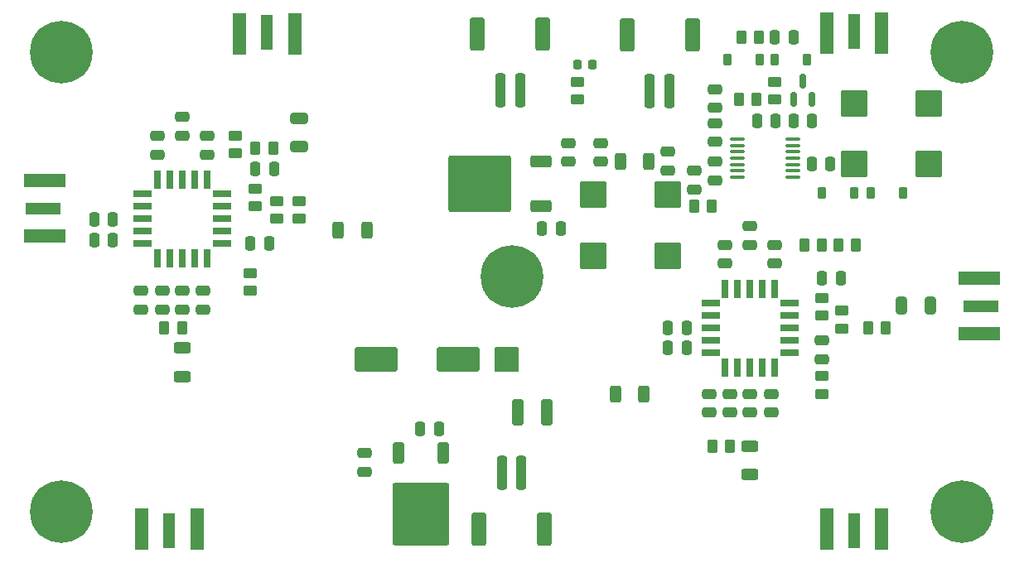
<source format=gbr>
%TF.GenerationSoftware,KiCad,Pcbnew,7.0.7*%
%TF.CreationDate,2023-09-13T19:56:45-04:00*%
%TF.ProjectId,AD831HotBoard,41443833-3148-46f7-9442-6f6172642e6b,0.1.0*%
%TF.SameCoordinates,Original*%
%TF.FileFunction,Soldermask,Top*%
%TF.FilePolarity,Negative*%
%FSLAX46Y46*%
G04 Gerber Fmt 4.6, Leading zero omitted, Abs format (unit mm)*
G04 Created by KiCad (PCBNEW 7.0.7) date 2023-09-13 19:56:45*
%MOMM*%
%LPD*%
G01*
G04 APERTURE LIST*
G04 Aperture macros list*
%AMRoundRect*
0 Rectangle with rounded corners*
0 $1 Rounding radius*
0 $2 $3 $4 $5 $6 $7 $8 $9 X,Y pos of 4 corners*
0 Add a 4 corners polygon primitive as box body*
4,1,4,$2,$3,$4,$5,$6,$7,$8,$9,$2,$3,0*
0 Add four circle primitives for the rounded corners*
1,1,$1+$1,$2,$3*
1,1,$1+$1,$4,$5*
1,1,$1+$1,$6,$7*
1,1,$1+$1,$8,$9*
0 Add four rect primitives between the rounded corners*
20,1,$1+$1,$2,$3,$4,$5,0*
20,1,$1+$1,$4,$5,$6,$7,0*
20,1,$1+$1,$6,$7,$8,$9,0*
20,1,$1+$1,$8,$9,$2,$3,0*%
G04 Aperture macros list end*
%ADD10C,0.150000*%
%ADD11RoundRect,0.250000X0.625000X-0.312500X0.625000X0.312500X-0.625000X0.312500X-0.625000X-0.312500X0*%
%ADD12R,1.270000X3.600000*%
%ADD13R,1.350000X4.200000*%
%ADD14RoundRect,0.250000X-0.475000X0.250000X-0.475000X-0.250000X0.475000X-0.250000X0.475000X0.250000X0*%
%ADD15RoundRect,0.250000X0.475000X-0.250000X0.475000X0.250000X-0.475000X0.250000X-0.475000X-0.250000X0*%
%ADD16RoundRect,0.250000X0.250000X0.475000X-0.250000X0.475000X-0.250000X-0.475000X0.250000X-0.475000X0*%
%ADD17RoundRect,0.250000X-0.312500X-0.625000X0.312500X-0.625000X0.312500X0.625000X-0.312500X0.625000X0*%
%ADD18RoundRect,0.250000X-0.450000X0.262500X-0.450000X-0.262500X0.450000X-0.262500X0.450000X0.262500X0*%
%ADD19R,3.600000X1.270000*%
%ADD20R,4.200000X1.350000*%
%ADD21RoundRect,0.250000X-0.262500X-0.450000X0.262500X-0.450000X0.262500X0.450000X-0.262500X0.450000X0*%
%ADD22RoundRect,0.250000X0.262500X0.450000X-0.262500X0.450000X-0.262500X-0.450000X0.262500X-0.450000X0*%
%ADD23R,0.700000X1.925000*%
%ADD24R,1.925000X0.700000*%
%ADD25RoundRect,0.250000X0.450000X-0.262500X0.450000X0.262500X-0.450000X0.262500X-0.450000X-0.262500X0*%
%ADD26RoundRect,0.150000X0.150000X-0.587500X0.150000X0.587500X-0.150000X0.587500X-0.150000X-0.587500X0*%
%ADD27RoundRect,0.250000X1.950000X1.000000X-1.950000X1.000000X-1.950000X-1.000000X1.950000X-1.000000X0*%
%ADD28C,6.400000*%
%ADD29RoundRect,0.099900X-1.250100X-1.250100X1.250100X-1.250100X1.250100X1.250100X-1.250100X1.250100X0*%
%ADD30RoundRect,0.250000X-0.250000X-0.475000X0.250000X-0.475000X0.250000X0.475000X-0.250000X0.475000X0*%
%ADD31RoundRect,0.225000X-0.225000X-0.375000X0.225000X-0.375000X0.225000X0.375000X-0.225000X0.375000X0*%
%ADD32RoundRect,0.250000X0.325000X0.650000X-0.325000X0.650000X-0.325000X-0.650000X0.325000X-0.650000X0*%
%ADD33RoundRect,0.250000X-0.250000X-1.500000X0.250000X-1.500000X0.250000X1.500000X-0.250000X1.500000X0*%
%ADD34RoundRect,0.250001X-0.499999X-1.449999X0.499999X-1.449999X0.499999X1.449999X-0.499999X1.449999X0*%
%ADD35RoundRect,0.250000X0.850000X0.350000X-0.850000X0.350000X-0.850000X-0.350000X0.850000X-0.350000X0*%
%ADD36RoundRect,0.249997X2.950003X2.650003X-2.950003X2.650003X-2.950003X-2.650003X2.950003X-2.650003X0*%
%ADD37RoundRect,0.250000X0.250000X1.500000X-0.250000X1.500000X-0.250000X-1.500000X0.250000X-1.500000X0*%
%ADD38RoundRect,0.250001X0.499999X1.449999X-0.499999X1.449999X-0.499999X-1.449999X0.499999X-1.449999X0*%
%ADD39RoundRect,0.100000X0.637500X0.100000X-0.637500X0.100000X-0.637500X-0.100000X0.637500X-0.100000X0*%
%ADD40RoundRect,0.250000X-0.325000X-1.100000X0.325000X-1.100000X0.325000X1.100000X-0.325000X1.100000X0*%
%ADD41RoundRect,0.250000X-0.650000X0.325000X-0.650000X-0.325000X0.650000X-0.325000X0.650000X0.325000X0*%
%ADD42RoundRect,0.225000X0.225000X0.375000X-0.225000X0.375000X-0.225000X-0.375000X0.225000X-0.375000X0*%
%ADD43RoundRect,0.250000X0.312500X0.625000X-0.312500X0.625000X-0.312500X-0.625000X0.312500X-0.625000X0*%
%ADD44RoundRect,0.099900X1.250100X1.250100X-1.250100X1.250100X-1.250100X-1.250100X1.250100X-1.250100X0*%
%ADD45RoundRect,0.250000X-0.350000X0.850000X-0.350000X-0.850000X0.350000X-0.850000X0.350000X0.850000X0*%
%ADD46RoundRect,0.249997X-2.650003X2.950003X-2.650003X-2.950003X2.650003X-2.950003X2.650003X2.950003X0*%
%ADD47RoundRect,0.218750X0.218750X0.256250X-0.218750X0.256250X-0.218750X-0.256250X0.218750X-0.256250X0*%
G04 APERTURE END LIST*
D10*
X148336000Y-74231500D02*
X150622000Y-74231500D01*
X150622000Y-76644500D01*
X148336000Y-76644500D01*
X148336000Y-74231500D01*
G36*
X148336000Y-74231500D02*
G01*
X150622000Y-74231500D01*
X150622000Y-76644500D01*
X148336000Y-76644500D01*
X148336000Y-74231500D01*
G37*
D11*
%TO.C,R9*%
X174371000Y-87253000D03*
X174371000Y-84328000D03*
%TD*%
%TO.C,R1*%
X116300000Y-77216000D03*
X116300000Y-74291000D03*
%TD*%
D12*
%TO.C,J2*%
X115000000Y-93000000D03*
D13*
X112175000Y-92800000D03*
X117825000Y-92800000D03*
%TD*%
D14*
%TO.C,C7*%
X114300000Y-68453000D03*
X114300000Y-70353000D03*
%TD*%
D15*
%TO.C,C24*%
X176530000Y-80894000D03*
X176530000Y-78994000D03*
%TD*%
D16*
%TO.C,C22*%
X167889000Y-74295000D03*
X165989000Y-74295000D03*
%TD*%
D17*
%TO.C,R24*%
X160589500Y-78994000D03*
X163514500Y-78994000D03*
%TD*%
D16*
%TO.C,C40*%
X178811000Y-42545000D03*
X176911000Y-42545000D03*
%TD*%
D12*
%TO.C,J4*%
X125000000Y-41964000D03*
D13*
X127825000Y-42164000D03*
X122175000Y-42164000D03*
%TD*%
D14*
%TO.C,C34*%
X168656000Y-56159400D03*
X168656000Y-58059400D03*
%TD*%
D18*
%TO.C,R11*%
X181737000Y-77169000D03*
X181737000Y-78994000D03*
%TD*%
D14*
%TO.C,C28*%
X176911000Y-63759000D03*
X176911000Y-65659000D03*
%TD*%
D19*
%TO.C,J9*%
X198000000Y-70000000D03*
D20*
X197800000Y-72825000D03*
X197800000Y-67175000D03*
%TD*%
D21*
%TO.C,R16*%
X179912000Y-63754000D03*
X181737000Y-63754000D03*
%TD*%
D15*
%TO.C,C4*%
X174371000Y-80894000D03*
X174371000Y-78994000D03*
%TD*%
D14*
%TO.C,C11*%
X116332000Y-50678000D03*
X116332000Y-52578000D03*
%TD*%
D22*
%TO.C,R20*%
X175029500Y-48895000D03*
X173204500Y-48895000D03*
%TD*%
D23*
%TO.C,U4*%
X174371000Y-68210500D03*
X173101000Y-68210500D03*
X171831000Y-68210500D03*
D24*
X170318500Y-69723000D03*
X170318500Y-70993000D03*
X170318500Y-72263000D03*
X170318500Y-73533000D03*
X170318500Y-74803000D03*
D23*
X171831000Y-76315500D03*
X173101000Y-76315500D03*
X174371000Y-76315500D03*
X175641000Y-76315500D03*
X176911000Y-76315500D03*
D24*
X178423500Y-74803000D03*
X178423500Y-73533000D03*
X178423500Y-72263000D03*
X178423500Y-70993000D03*
X178423500Y-69723000D03*
D23*
X176911000Y-68210500D03*
X175641000Y-68210500D03*
%TD*%
D25*
%TO.C,R22*%
X156718000Y-48895000D03*
X156718000Y-47070000D03*
%TD*%
D26*
%TO.C,Q1*%
X178816000Y-48895000D03*
X180716000Y-48895000D03*
X179766000Y-47020000D03*
%TD*%
D27*
%TO.C,C38*%
X144535000Y-75438000D03*
X136135000Y-75438000D03*
%TD*%
D15*
%TO.C,C6*%
X116332000Y-70353000D03*
X116332000Y-68453000D03*
%TD*%
D18*
%TO.C,R7*%
X121793000Y-52578000D03*
X121793000Y-54403000D03*
%TD*%
D15*
%TO.C,C12*%
X112141000Y-70353000D03*
X112141000Y-68453000D03*
%TD*%
D28*
%TO.C,H5*%
X150000000Y-67000000D03*
%TD*%
D29*
%TO.C,L2*%
X165989000Y-58612000D03*
X158369000Y-58612000D03*
X158369000Y-64832000D03*
X165989000Y-64832000D03*
%TD*%
D30*
%TO.C,C31*%
X180660000Y-55499000D03*
X182560000Y-55499000D03*
%TD*%
D31*
%TO.C,D5*%
X172086000Y-44831000D03*
X175386000Y-44831000D03*
%TD*%
D14*
%TO.C,C29*%
X171831000Y-63759000D03*
X171831000Y-65659000D03*
%TD*%
D32*
%TO.C,C30*%
X192815000Y-69977000D03*
X189865000Y-69977000D03*
%TD*%
D33*
%TO.C,J6*%
X148987000Y-87066000D03*
X150987000Y-87066000D03*
D34*
X146637000Y-92816000D03*
X153337000Y-92816000D03*
%TD*%
D16*
%TO.C,C18*%
X167889000Y-72263000D03*
X165989000Y-72263000D03*
%TD*%
D35*
%TO.C,U3*%
X153044000Y-59811000D03*
D36*
X146744000Y-57531000D03*
D35*
X153044000Y-55251000D03*
%TD*%
D30*
%TO.C,C36*%
X153101000Y-62103000D03*
X155001000Y-62103000D03*
%TD*%
D15*
%TO.C,C25*%
X170191500Y-80894000D03*
X170191500Y-78994000D03*
%TD*%
D37*
%TO.C,J5*%
X166116000Y-48006000D03*
X164116000Y-48006000D03*
D38*
X168466000Y-42256000D03*
X161766000Y-42256000D03*
%TD*%
D18*
%TO.C,R15*%
X181737000Y-69168000D03*
X181737000Y-70993000D03*
%TD*%
D22*
%TO.C,R13*%
X185213000Y-63754000D03*
X183388000Y-63754000D03*
%TD*%
D21*
%TO.C,R10*%
X170514000Y-84328000D03*
X172339000Y-84328000D03*
%TD*%
D28*
%TO.C,H4*%
X196000000Y-91000000D03*
%TD*%
D18*
%TO.C,R3*%
X123317000Y-66628000D03*
X123317000Y-68453000D03*
%TD*%
D12*
%TO.C,J8*%
X185000000Y-93000000D03*
D13*
X182175000Y-92800000D03*
X187825000Y-92800000D03*
%TD*%
D18*
%TO.C,R8*%
X128270000Y-59262000D03*
X128270000Y-61087000D03*
%TD*%
D39*
%TO.C,U5*%
X178757500Y-56829000D03*
X178757500Y-56179000D03*
X178757500Y-55529000D03*
X178757500Y-54879000D03*
X178757500Y-54229000D03*
X178757500Y-53579000D03*
X178757500Y-52929000D03*
X173032500Y-52929000D03*
X173032500Y-53579000D03*
X173032500Y-54229000D03*
X173032500Y-54879000D03*
X173032500Y-55529000D03*
X173032500Y-56179000D03*
X173032500Y-56829000D03*
%TD*%
D18*
%TO.C,R12*%
X183769000Y-70461500D03*
X183769000Y-72286500D03*
%TD*%
D40*
%TO.C,C20*%
X150671000Y-80899000D03*
X153621000Y-80899000D03*
%TD*%
D18*
%TO.C,R4*%
X125984000Y-59262000D03*
X125984000Y-61087000D03*
%TD*%
D14*
%TO.C,C15*%
X118872000Y-52610000D03*
X118872000Y-54510000D03*
%TD*%
D37*
%TO.C,J3*%
X150860000Y-47935000D03*
X148860000Y-47935000D03*
D38*
X153210000Y-42185000D03*
X146510000Y-42185000D03*
%TD*%
D41*
%TO.C,C17*%
X128270000Y-50771000D03*
X128270000Y-53721000D03*
%TD*%
D30*
%TO.C,C39*%
X175072000Y-51054000D03*
X176972000Y-51054000D03*
%TD*%
D16*
%TO.C,C32*%
X180721000Y-51054000D03*
X178821000Y-51054000D03*
%TD*%
D12*
%TO.C,J7*%
X185000000Y-41927500D03*
D13*
X187825000Y-42127500D03*
X182175000Y-42127500D03*
%TD*%
D30*
%TO.C,C14*%
X123825000Y-56007000D03*
X125725000Y-56007000D03*
%TD*%
D15*
%TO.C,C3*%
X165989000Y-56129000D03*
X165989000Y-54229000D03*
%TD*%
D28*
%TO.C,H3*%
X104000000Y-91000000D03*
%TD*%
D14*
%TO.C,C5*%
X172339000Y-78994000D03*
X172339000Y-80894000D03*
%TD*%
D15*
%TO.C,C37*%
X155829000Y-55245000D03*
X155829000Y-53345000D03*
%TD*%
D31*
%TO.C,D2*%
X181738000Y-58420000D03*
X185038000Y-58420000D03*
%TD*%
D42*
%TO.C,D4*%
X180212000Y-44831000D03*
X176912000Y-44831000D03*
%TD*%
D22*
%TO.C,R23*%
X175283500Y-42545000D03*
X173458500Y-42545000D03*
%TD*%
D17*
%TO.C,R17*%
X161097500Y-55245000D03*
X164022500Y-55245000D03*
%TD*%
D16*
%TO.C,C9*%
X109245400Y-63246000D03*
X107345400Y-63246000D03*
%TD*%
D21*
%TO.C,R18*%
X168632500Y-59817000D03*
X170457500Y-59817000D03*
%TD*%
D16*
%TO.C,C19*%
X142555000Y-82550000D03*
X140655000Y-82550000D03*
%TD*%
D22*
%TO.C,R14*%
X188261000Y-72263000D03*
X186436000Y-72263000D03*
%TD*%
D30*
%TO.C,C10*%
X123317000Y-63627000D03*
X125217000Y-63627000D03*
%TD*%
%TO.C,C27*%
X181737000Y-67183000D03*
X183637000Y-67183000D03*
%TD*%
D14*
%TO.C,C21*%
X135000000Y-85050000D03*
X135000000Y-86950000D03*
%TD*%
D43*
%TO.C,R21*%
X135193500Y-62230000D03*
X132268500Y-62230000D03*
%TD*%
D44*
%TO.C,L1*%
X185039000Y-55496000D03*
X192659000Y-55496000D03*
X192659000Y-49276000D03*
X185039000Y-49276000D03*
%TD*%
D16*
%TO.C,C8*%
X109250000Y-61100000D03*
X107350000Y-61100000D03*
%TD*%
D18*
%TO.C,R6*%
X123825000Y-57992000D03*
X123825000Y-59817000D03*
%TD*%
D14*
%TO.C,C2*%
X170815000Y-47818000D03*
X170815000Y-49718000D03*
%TD*%
D22*
%TO.C,R5*%
X125650000Y-53848000D03*
X123825000Y-53848000D03*
%TD*%
D28*
%TO.C,H2*%
X196000000Y-44000000D03*
%TD*%
D19*
%TO.C,J1*%
X102108000Y-60000000D03*
D20*
X102308000Y-57175000D03*
X102308000Y-62825000D03*
%TD*%
D15*
%TO.C,C23*%
X181737000Y-75438000D03*
X181737000Y-73538000D03*
%TD*%
D18*
%TO.C,R19*%
X176911000Y-47070000D03*
X176911000Y-48895000D03*
%TD*%
D21*
%TO.C,R2*%
X114507000Y-72263000D03*
X116332000Y-72263000D03*
%TD*%
D15*
%TO.C,C33*%
X170815000Y-53213000D03*
X170815000Y-51313000D03*
%TD*%
D28*
%TO.C,H1*%
X104000000Y-44000000D03*
%TD*%
D45*
%TO.C,U2*%
X143000000Y-85000000D03*
D46*
X140720000Y-91300000D03*
D45*
X138440000Y-85000000D03*
%TD*%
D15*
%TO.C,C1*%
X170815000Y-57119600D03*
X170815000Y-55219600D03*
%TD*%
D14*
%TO.C,C26*%
X174371000Y-61854000D03*
X174371000Y-63754000D03*
%TD*%
%TO.C,C16*%
X113792000Y-52610000D03*
X113792000Y-54510000D03*
%TD*%
D47*
%TO.C,D1*%
X158293000Y-45339000D03*
X156718000Y-45339000D03*
%TD*%
D15*
%TO.C,C13*%
X118491000Y-70353000D03*
X118491000Y-68453000D03*
%TD*%
D23*
%TO.C,U1*%
X116332000Y-57034500D03*
X115062000Y-57034500D03*
X113792000Y-57034500D03*
D24*
X112279500Y-58547000D03*
X112279500Y-59817000D03*
X112279500Y-61087000D03*
X112279500Y-62357000D03*
X112279500Y-63627000D03*
D23*
X113792000Y-65139500D03*
X115062000Y-65139500D03*
X116332000Y-65139500D03*
X117602000Y-65139500D03*
X118872000Y-65139500D03*
D24*
X120384500Y-63627000D03*
X120384500Y-62357000D03*
X120384500Y-61087000D03*
X120384500Y-59817000D03*
X120384500Y-58547000D03*
D23*
X118872000Y-57034500D03*
X117602000Y-57034500D03*
%TD*%
D31*
%TO.C,D3*%
X186691000Y-58420000D03*
X189991000Y-58420000D03*
%TD*%
D15*
%TO.C,C35*%
X159131000Y-55245000D03*
X159131000Y-53345000D03*
%TD*%
M02*

</source>
